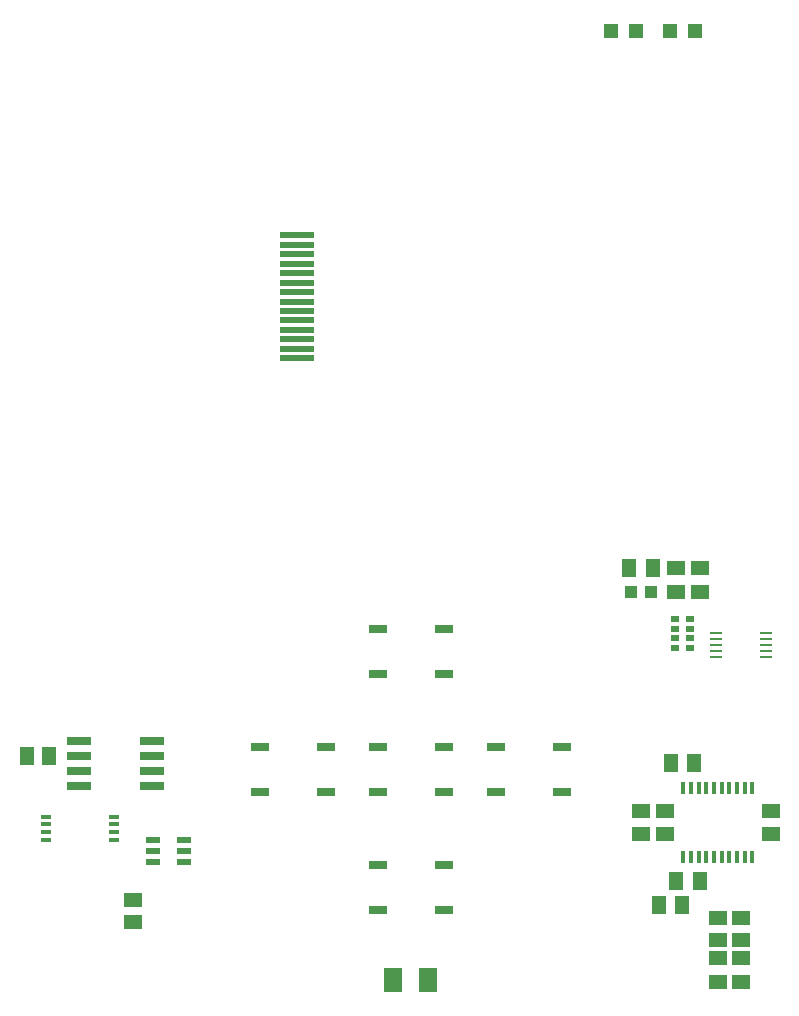
<source format=gtp>
G75*
%MOIN*%
%OFA0B0*%
%FSLAX25Y25*%
%IPPOS*%
%LPD*%
%AMOC8*
5,1,8,0,0,1.08239X$1,22.5*
%
%ADD10R,0.05118X0.06299*%
%ADD11R,0.06299X0.05118*%
%ADD12R,0.04331X0.03937*%
%ADD13R,0.08000X0.02600*%
%ADD14R,0.04724X0.02165*%
%ADD15R,0.03543X0.01378*%
%ADD16R,0.04724X0.04724*%
%ADD17R,0.05906X0.07874*%
%ADD18R,0.11811X0.01969*%
%ADD19R,0.06000X0.03000*%
%ADD20R,0.01200X0.03900*%
%ADD21R,0.05906X0.05118*%
%ADD22R,0.02559X0.01969*%
%ADD23R,0.03937X0.00984*%
D10*
X0013165Y0112169D03*
X0020646Y0112169D03*
X0213992Y0174728D03*
X0221866Y0174728D03*
X0227772Y0109768D03*
X0235646Y0109768D03*
X0237614Y0070398D03*
X0231709Y0062524D03*
X0229740Y0070398D03*
X0223835Y0062524D03*
D11*
X0048638Y0056815D03*
X0048638Y0064295D03*
X0217929Y0086146D03*
X0217929Y0094020D03*
X0225803Y0094020D03*
X0225803Y0086146D03*
X0243520Y0044807D03*
X0243520Y0036933D03*
X0251394Y0036933D03*
X0251394Y0044807D03*
X0261236Y0086146D03*
X0261236Y0094020D03*
X0237614Y0166854D03*
X0237614Y0174728D03*
X0229740Y0174728D03*
X0229740Y0166854D03*
D12*
X0221276Y0166854D03*
X0214583Y0166854D03*
D13*
X0054832Y0117268D03*
X0054832Y0112268D03*
X0054832Y0107268D03*
X0054832Y0102268D03*
X0030632Y0102268D03*
X0030632Y0107268D03*
X0030632Y0112268D03*
X0030632Y0117268D03*
D14*
X0055252Y0084256D03*
X0055252Y0080516D03*
X0055252Y0076776D03*
X0065488Y0076776D03*
X0065488Y0080516D03*
X0065488Y0084256D03*
D15*
X0042240Y0084276D03*
X0042240Y0086835D03*
X0042240Y0089394D03*
X0042240Y0091953D03*
X0019602Y0091953D03*
X0019602Y0089394D03*
X0019602Y0086835D03*
X0019602Y0084276D03*
D16*
X0207890Y0353862D03*
X0216157Y0353862D03*
X0227575Y0353862D03*
X0235843Y0353862D03*
D17*
X0147024Y0037563D03*
X0135213Y0037563D03*
D18*
X0103126Y0244807D03*
X0103126Y0247957D03*
X0103126Y0251106D03*
X0103126Y0254256D03*
X0103126Y0257406D03*
X0103126Y0260555D03*
X0103126Y0263705D03*
X0103126Y0266854D03*
X0103126Y0270004D03*
X0103126Y0273154D03*
X0103126Y0276303D03*
X0103126Y0279453D03*
X0103126Y0282602D03*
X0103126Y0285752D03*
D19*
X0130157Y0154669D03*
X0130157Y0139669D03*
X0130157Y0115299D03*
X0130157Y0100299D03*
X0112787Y0100299D03*
X0112787Y0115299D03*
X0090787Y0115299D03*
X0090787Y0100299D03*
X0130157Y0075929D03*
X0130157Y0060929D03*
X0152157Y0060929D03*
X0152157Y0075929D03*
X0152157Y0100299D03*
X0152157Y0115299D03*
X0169528Y0115299D03*
X0169528Y0100299D03*
X0191528Y0100299D03*
X0191528Y0115299D03*
X0152157Y0139669D03*
X0152157Y0154669D03*
D20*
X0232004Y0101570D03*
X0234563Y0101570D03*
X0237122Y0101570D03*
X0239681Y0101570D03*
X0242240Y0101570D03*
X0244799Y0101570D03*
X0247358Y0101570D03*
X0249917Y0101570D03*
X0252476Y0101570D03*
X0255035Y0101570D03*
X0255035Y0078595D03*
X0252476Y0078595D03*
X0249917Y0078595D03*
X0247358Y0078595D03*
X0244799Y0078595D03*
X0242240Y0078595D03*
X0239681Y0078595D03*
X0237122Y0078595D03*
X0234563Y0078595D03*
X0232004Y0078595D03*
D21*
X0243520Y0058390D03*
X0243520Y0050909D03*
X0251394Y0050909D03*
X0251394Y0058390D03*
D22*
X0234169Y0148350D03*
X0234169Y0151500D03*
X0234169Y0154650D03*
X0234169Y0157799D03*
X0229248Y0157799D03*
X0229248Y0154650D03*
X0229248Y0151500D03*
X0229248Y0148350D03*
D23*
X0243074Y0149138D03*
X0243074Y0151106D03*
X0243074Y0153075D03*
X0243074Y0147169D03*
X0243074Y0145201D03*
X0259713Y0145201D03*
X0259713Y0147169D03*
X0259713Y0149138D03*
X0259713Y0151106D03*
X0259713Y0153075D03*
M02*

</source>
